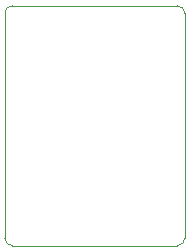
<source format=gbr>
%TF.GenerationSoftware,KiCad,Pcbnew,8.0.1*%
%TF.CreationDate,2024-05-19T23:11:23-04:00*%
%TF.ProjectId,stepstick-breakout,73746570-7374-4696-936b-2d627265616b,rev?*%
%TF.SameCoordinates,Original*%
%TF.FileFunction,Profile,NP*%
%FSLAX46Y46*%
G04 Gerber Fmt 4.6, Leading zero omitted, Abs format (unit mm)*
G04 Created by KiCad (PCBNEW 8.0.1) date 2024-05-19 23:11:23*
%MOMM*%
%LPD*%
G01*
G04 APERTURE LIST*
%TA.AperFunction,Profile*%
%ADD10C,0.050000*%
%TD*%
G04 APERTURE END LIST*
D10*
X116840000Y-78105000D02*
X116840000Y-59055000D01*
X102235000Y-78740000D02*
X116205000Y-78740000D01*
X101600000Y-59055000D02*
X101600000Y-78105000D01*
X116205000Y-58420000D02*
X102235000Y-58420000D01*
X116205000Y-58420000D02*
G75*
G02*
X116840000Y-59055000I0J-635000D01*
G01*
X116840000Y-78105000D02*
G75*
G02*
X116205000Y-78740000I-635000J0D01*
G01*
X102235000Y-78740000D02*
G75*
G02*
X101600000Y-78105000I0J635000D01*
G01*
X101600000Y-59055000D02*
G75*
G02*
X102235000Y-58420000I635000J0D01*
G01*
M02*

</source>
